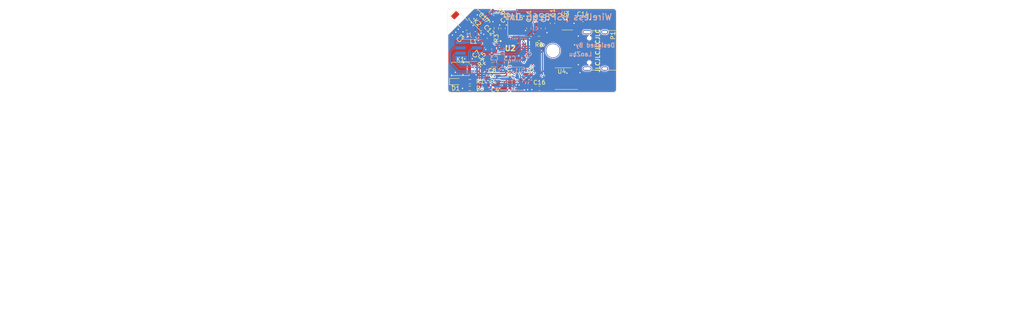
<source format=kicad_pcb>
(kicad_pcb (version 20211014) (generator pcbnew)
  (title_block (title "ESP8266 Wireless DAP") (date "2022-02-19") (rev "Version 1.2.2"))
  (layers (0 "F.Cu" signal) (31 "B.Cu" signal) (34 "B.Paste" user) (35 "F.Paste" user) (36 "B.SilkS" user "B.Silkscreen") (37 "F.SilkS" user "F.Silkscreen") (38 "B.Mask" user) (39 "F.Mask" user) (44 "Edge.Cuts" user))
  (net 0 "")
  (net 1 "GND")
  (net 2 "Net-(ANT1-Pad2)")
  (net 3 "+3V3")
  (net 4 "Net-(C7-Pad1)")
  (net 5 "Net-(C8-Pad1)")
  (net 6 "Net-(C10-Pad1)")
  (net 7 "Net-(C11-Pad1)")
  (net 8 "+5V")
  (net 9 "Net-(C16-Pad1)")
  (net 10 "/RST")
  (net 11 "Net-(D1-Pad2)")
  (net 12 "/UART_TX")
  (net 13 "/SWDIO")
  (net 14 "/U0_RXD")
  (net 15 "/SWDCLK")
  (net 16 "Net-(K1-Pad2)")
  (net 18 "/USB_DP")
  (net 19 "/USB_DM")
  (net 23 "/LED")
  (net 24 "Net-(R3-Pad2)")
  (net 25 "Net-(R6-Pad1)")
  (net 26 "Net-(R7-Pad1)")
  (net 27 "/SD_CLK")
  (net 28 "/U0_TXD")
  (net 29 "/SD_CMD")
  (net 30 "/SD_DATA0")
  (net 31 "/SD_DATA2")
  (net 32 "/SD_DATA1")
  (net 33 "/SD_DATA3")
  (footprint "Button_Switch_SMD:SW_Push_SPST_NO_Alps_SKRK" (layer "F.Cu") (at 130.6 110.3)
    (fp_text reference "K1")
    (fp_text value "SW_DIP_x01")
  )
  (footprint "Capacitor_SMD:C_0603_1608Metric" (layer "F.Cu") (at 138.1 109.3 180)
    (fp_text reference "C8")
    (fp_text value "100nF")
  )
  (footprint "Capacitor_SMD:C_0603_1608Metric" (layer "F.Cu") (at 137 97.3 135)
    (fp_text reference "C17")
    (fp_text value "100nF")
  )
  (footprint "Resistor_SMD:R_0603_1608Metric" (layer "F.Cu") (at 137 113.325 -90)
    (fp_text reference "R5")
    (fp_text value "10kR")
  )
  (footprint "Resistor_SMD:R_0603_1608Metric" (layer "F.Cu") (at 142.3 113.5 -90)
    (fp_text reference "R10")
    (fp_text value "10kR")
  )
  (footprint "Resistor_SMD:R_0603_1608Metric" (layer "F.Cu") (at 132.8 114.9)
    (fp_text reference "R4")
    (fp_text value "10kR")
  )
  (footprint "Capacitor_SMD:C_0603_1608Metric" (layer "F.Cu") (at 149.3 114.9 180)
    (fp_text reference "C16")
    (fp_text value "100nF")
  )
  (footprint "Capacitor_SMD:C_0603_1608Metric" (layer "F.Cu") (at 137.3 102.7 135)
    (fp_text reference "C12")
    (fp_text value "100nF")
  )
  (footprint "Inductor_SMD:L_0603_1608Metric" (layer "F.Cu") (at 134.756847 102.656847 -45)
    (fp_text reference "L1")
    (fp_text value "2.2nH")
  )
  (footprint "Capacitor_SMD:C_0603_1608Metric" (layer "F.Cu") (at 152.4 99.5 90)
    (fp_text reference "C1")
    (fp_text value "10uF")
  )
  (footprint "Resistor_SMD:R_0603_1608Metric" (layer "F.Cu") (at 149.2 103.1)
    (fp_text reference "R8")
    (fp_text value "499R")
  )
  (footprint "Capacitor_SMD:C_0603_1608Metric" (layer "F.Cu") (at 146.8 100.7 -90)
    (fp_text reference "C11")
    (fp_text value "18pF")
  )
  (footprint "Package_TO_SOT_SMD:SOT-23-5" (layer "F.Cu") (at 155.4 99.5 180)
    (fp_text reference "U3")
    (fp_text value "HX9193")
  )
  (footprint "Connector_USB:USB_C_Receptacle_HRO_TYPE-C-31-M-12" (layer "F.Cu") (at 163.7 105.9 90)
    (fp_text reference "P1")
    (fp_text value "USB_C_Plug_USB2.0")
  )
  (footprint "Capacitor_SMD:C_0603_1608Metric" (layer "F.Cu") (at 140.7 100.7 90)
    (fp_text reference "C10")
    (fp_text value "18pF")
  )
  (footprint "Resistor_SMD:R_0603_1608Metric" (layer "F.Cu") (at 139.1 100.675 -90)
    (fp_text reference "R3")
    (fp_text value "12kR")
  )
  (footprint "Resistor_SMD:R_0603_1608Metric" (layer "F.Cu") (at 145.5 112.3 -135)
    (fp_text reference "R7")
    (fp_text value "200R")
  )
  (footprint "LED_SMD:LED_0603_1608Metric" (layer "F.Cu") (at 129.5 113.3)
    (fp_text reference "D1")
    (fp_text value "LED")
  )
  (footprint "Package_SO:SOIC-8_3.9x4.9mm_P1.27mm" (layer "F.Cu") (at 154.9 112.6 180)
    (fp_text reference "U4")
    (fp_text value "CH330N")
  )
  (footprint "RF_Antenna:Johanson_2450AT18x100" (layer "F.Cu") (at 130.4 98.6 -45)
    (fp_text reference "ANT1" hide)
    (fp_text value "Conn_01x02")
  )
  (footprint "Capacitor_SMD:C_0603_1608Metric" (layer "F.Cu") (at 132.4 101.5 -135)
    (fp_text reference "C2")
    (fp_text value "2.4pF")
  )
  (footprint "Resistor_SMD:R_0603_1608Metric" (layer "F.Cu") (at 148.4 100.7 90)
    (fp_text reference "R6")
    (fp_text value "10kR")
  )
  (footprint "Capacitor_SMD:C_0603_1608Metric" (layer "F.Cu") (at 140.1 114.4 -45)
    (fp_text reference "C4")
    (fp_text value "1uF")
  )
  (footprint "Resistor_SMD:R_0603_1608Metric" (layer "F.Cu") (at 138.1 107.7)
    (fp_text reference "R2")
    (fp_text value "10kR")
  )
  (footprint "Capacitor_SMD:C_0603_1608Metric" (layer "F.Cu") (at 135.951992 104.948008 -135)
    (fp_text reference "C7")
    (fp_text value "3.0pF")
  )
  (footprint "Capacitor_SMD:C_0603_1608Metric" (layer "F.Cu") (at 150.2 100.7 -90)
    (fp_text reference "C6")
    (fp_text value "100nF")
  )
  (footprint "Button_Switch_SMD:SW_Push_SPST_NO_Alps_SKRK" (layer "F.Cu") (at 135.1 98.8 -45)
    (fp_text reference "K2")
    (fp_text value "SW_DIP_x01")
  )
  (footprint "ESP8266:ESP8266" (layer "F.Cu") (at 143 106.2)
    (fp_text reference "U2")
    (fp_text value "ESP8266EX" hide)
  )
  (footprint "Capacitor_SMD:C_0603_1608Metric" (layer "F.Cu") (at 159.6 98.6)
    (fp_text reference "C14")
    (fp_text value "100nF")
  )
  (footprint "Crystal:Crystal_SMD_3225-4Pin_3.2x2.5mm" (layer "F.Cu") (at 143.8 100.7)
    (fp_text reference "Y1" hide)
    (fp_text value "26MHz")
  )
  (footprint "Resistor_SMD:R_0603_1608Metric" (layer "F.Cu") (at 138.8 97.2 135)
    (fp_text reference "R9")
    (fp_text value "10kR")
  )
  (footprint "Capacitor_SMD:C_0603_1608Metric" (layer "F.Cu") (at 144 96.9)
    (fp_text reference "C15")
    (fp_text value "100nF")
  )
  (footprint "Resistor_SMD:R_0603_1608Metric" (layer "F.Cu") (at 132.84 113.31)
    (fp_text reference "R1")
    (fp_text value "1kR")
  )
  (footprint "Capacitor_SMD:C_0603_1608Metric" (layer "F.Cu") (at 138 106.1 180)
    (fp_text reference "C5")
    (fp_text value "100nF")
  )
  (footprint "Capacitor_SMD:C_0603_1608Metric" (layer "B.Cu") (at 142.3 109.2)
    (fp_text reference "C13")
    (fp_text value "100nF")
  )
  (footprint "Capacitor_SMD:C_0603_1608Metric" (layer "B.Cu") (at 145.1 108.6 -135)
    (fp_text reference "C9")
    (fp_text value "100nF")
  )
  (footprint "Package_SO:SOIC-8_5.23x5.23mm_P1.27mm" (layer "B.Cu") (at 142.9 112.6 180)
    (fp_text reference "U1")
    (fp_text value "W25Q64")
  )
  (footprint "Capacitor_SMD:C_0603_1608Metric" (layer "B.Cu") (at 138.6 109.2 180)
    (fp_text reference "C3")
    (fp_text value "100nF")
  )
  (footprint "Connector_PinHeader_1.27mm:PinHeader_2x04_P1.27mm_Vertical_SMD" (layer "B.Cu") (at 132.5864 105.9492 180)
    (fp_text reference "J1")
    (fp_text value "Conn_02x04_Odd_Even")
  )
  (gr_arc locked (start 166.8256 95.9416) (mid 167.364415 96.164785) (end 167.5876 96.7036) (layer "Edge.Cuts") (width 0.05))
  (gr_arc locked (start 167.5876 115.1948) (mid 167.364415 115.733615) (end 166.8256 115.9568) (layer "Edge.Cuts") (width 0.05))
  (gr_line locked (start 127.5572 115.1948) (end 127.5572 96.7036) (layer "Edge.Cuts") (width 0.05))
  (gr_line locked (start 166.8256 115.9568) (end 128.3192 115.9568) (layer "Edge.Cuts") (width 0.05))
  (gr_arc locked (start 127.5572 96.7036) (mid 127.780385 96.164785) (end 128.3192 95.9416) (layer "Edge.Cuts") (width 0.05))
  (gr_line locked (start 128.3192 95.9416) (end 166.8256 95.9416) (layer "Edge.Cuts") (width 0.05))
  (gr_line locked (start 167.5876 96.7036) (end 167.5876 115.1948) (layer "Edge.Cuts") (width 0.05))
  (gr_arc locked (start 128.3192 115.9568) (mid 127.780385 115.733615) (end 127.5572 115.1948) (layer "Edge.Cuts") (width 0.05))
  (gr_text "Designed By" (at 162.5 104.7) (layer "B.SilkS") (effects (font (size 1 1) (thickness 0.2)) (justify mirror)))
  (gr_text "Wireless ESP8266 DAP" (at 153.6 98) (layer "B.SilkS") (effects (font (size 1.5 1.5) (thickness 0.25)) (justify mirror)))
  (gr_text "LaoZhu" (at 159 106.8) (layer "B.SilkS") (effects (font (size 1 1) (thickness 0.2)) (justify mirror)))
  (gr_text "JLCJLCJLCJLC" (at 163.1 106 90) (layer "F.SilkS") (effects (font (size 1 1) (thickness 0.2))))
  (via locked (at 152.5 106) (size 3.4) (drill 3.1) (layers "F.Cu" "B.Cu") (net 0))
  (via (at 131.1 114.9) (size 0.6) (drill 0.3) (layers "F.Cu" "B.Cu") (net 1))
  (via (at 128.7 102.3) (size 0.6) (drill 0.3) (layers "F.Cu" "B.Cu") (net 1))
  (via (at 157.6 107.3) (size 0.6) (drill 0.3) (layers "F.Cu" "B.Cu") (net 1))
  (via (at 138.3 99.1) (size 0.6) (drill 0.3) (layers "F.Cu" "B.Cu") (net 1))
  (via (at 143.8 114.1) (size 0.6) (drill 0.3) (layers "F.Cu" "B.Cu") (net 1))
  (via (at 129.4 111.1) (size 0.6) (drill 0.3) (layers "F.Cu" "B.Cu") (net 1))
  (via (at 157.6 104.6) (size 0.6) (drill 0.3) (layers "F.Cu" "B.Cu") (net 1))
  (via (at 136.6 105.7) (size 0.6) (drill 0.3) (layers "F.Cu" "B.Cu") (net 1))
  (via (at 128.5 111.9) (size 0.6) (drill 0.3) (layers "F.Cu" "B.Cu") (net 1))
  (via (at 133.4 107.9) (size 0.6) (drill 0.3) (layers "F.Cu" "B.Cu") (net 1))
  (via (at 133.8 98.4) (size 0.6) (drill 0.3) (layers "F.Cu" "B.Cu") (net 1))
  (via (at 146.5 115.2) (size 0.6) (drill 0.3) (layers "F.Cu" "B.Cu") (net 1))
  (via (at 141.5 99.9) (size 0.6) (drill 0.3) (layers "F.Cu" "B.Cu") (net 1))
  (via (at 131.6 107.9) (size 0.6) (drill 0.3) (layers "F.Cu" "B.Cu") (net 1))
  (via (at 139.9 99.9) (size 0.6) (drill 0.3) (layers "F.Cu" "B.Cu") (net 1))
  (via (at 133.6 100) (size 0.6) (drill 0.3) (layers "F.Cu" "B.Cu") (net 1))
  (via (at 136.1 107.9) (size 0.6) (drill 0.3) (layers "F.Cu" "B.Cu") (net 1))
  (via (at 135.5 101.8) (size 0.6) (drill 0.3) (layers "F.Cu" "B.Cu") (net 1))
  (via (at 131.3 102.6) (size 0.6) (drill 0.3) (layers "F.Cu" "B.Cu") (net 1))
  (via (at 158.9 111.2) (size 0.6) (drill 0.3) (layers "F.Cu" "B.Cu") (net 1))
  (via (at 146 101.2) (size 0.6) (drill 0.3) (layers "F.Cu" "B.Cu") (net 1))
  (via (at 158.5 102.5) (size 0.6) (drill 0.3) (layers "F.Cu" "B.Cu") (net 1))
  (via (at 129.5 101.6) (size 0.6) (drill 0.3) (layers "F.Cu" "B.Cu") (net 1))
  (via (at 143 104.9) (size 0.6) (drill 0.3) (layers "F.Cu" "B.Cu") (net 1))
  (via (at 155.8 111.3) (size 0.6) (drill 0.3) (layers "F.Cu" "B.Cu") (net 1))
  (via (at 131.3 108.8) (size 0.6) (drill 0.3) (layers "F.Cu" "B.Cu") (net 1))
  (via (at 128.7 114.3) (size 0.6) (drill 0.3) (layers "F.Cu" "B.Cu") (net 1))
  (via (at 133.2 99.3) (size 0.6) (drill 0.3) (layers "F.Cu" "B.Cu") (net 1))
  (via (at 136.4 109.2) (size 0.6) (drill 0.3) (layers "F.Cu" "B.Cu") (net 1))
  (via (at 151.1 101.7) (size 0.6) (drill 0.3) (layers "F.Cu" "B.Cu") (net 1))
  (via (at 157.5 99.5) (size 0.6) (drill 0.3) (layers "F.Cu" "B.Cu") (net 1))
  (via (at 140.7 110.6) (size 0.6) (drill 0.3) (layers "F.Cu" "B.Cu") (net 1))
  (via (at 130.1 100.9) (size 0.6) (drill 0.3) (layers "F.Cu" "B.Cu") (net 1))
  (via (at 161.3 98.6) (size 0.6) (drill 0.3) (layers "F.Cu" "B.Cu") (net 1))
  (via (at 144.5 114.1) (size 0.6) (drill 0.3) (layers "F.Cu" "B.Cu") (net 1))
  (via (at 145.6 97.8) (size 0.6) (drill 0.3) (layers "F.Cu" "B.Cu") (net 1))
  (via (at 158.5 109.3) (size 0.6) (drill 0.3) (layers "F.Cu" "B.Cu") (net 1))
  (via (at 145.8 115.3) (size 0.6) (drill 0.3) (layers "F.Cu" "B.Cu") (net 1))
  (via (at 135.7 97.6) (size 0.6) (drill 0.3) (layers "F.Cu" "B.Cu") (net 1))
  (via (at 134.7 115.4) (size 0.6) (drill 0.3) (layers "F.Cu" "B.Cu") (net 1))
  (via (at 132.4 102.6) (size 0.6) (drill 0.3) (layers "F.Cu" "B.Cu") (net 1))
  (via (at 136.1 102.1) (size 0.6) (drill 0.3) (layers "F.Cu" "B.Cu") (net 1))
  (via (at 131.2 111.7) (size 0.6) (drill 0.3) (layers "F.Cu" "B.Cu") (net 1))
  (via (at 141.6 104.9) (size 0.6) (drill 0.3) (layers "F.Cu" "B.Cu") (net 1))
  (via (at 144.4 107.2) (size 0.6) (drill 0.3) (layers "F.Cu" "B.Cu") (net 1))
  (via (at 151.4 98.7) (size 0.6) (drill 0.3) (layers "F.Cu" "B.Cu") (net 1))
  (via (at 134.3 111.7) (size 0.6) (drill 0.3) (layers "F.Cu" "B.Cu") (net 1))
  (via (at 147.5 115.2) (size 0.6) (drill 0.3) (layers "F.Cu" "B.Cu") (net 1))
  (via (at 134.6 97.5) (size 0.6) (drill 0.3) (layers "F.Cu" "B.Cu") (net 1))
  (via (at 131.2 101.5) (size 0.6) (drill 0.3) (layers "F.Cu" "B.Cu") (net 1))
  (via (at 141.5 107.4) (size 0.6) (drill 0.3) (layers "F.Cu" "B.Cu") (net 1))
  (segment (start 134.096016 102.1) (end 132.948008 100.951992) (width 0.3) (layer "F.Cu") (net 2))
  (segment (start 132.948008 100.951992) (end 132.751992 100.951992) (width 0.3) (layer "F.Cu") (net 2))
  (segment (start 132.751992 100.951992) (end 131.425305 99.625305) (width 0.3) (layer "F.Cu") (net 2))
  (segment (start 134.2 102.1) (end 134.096016 102.1) (width 0.3) (layer "F.Cu") (net 2))
  (segment (start 139.45 105.95) (end 138.925 105.95) (width 0.3) (layer "F.Cu") (net 3))
  (segment (start 141.5 110) (end 142.25 109.25) (width 0.254) (layer "F.Cu") (net 3))
  (segment (start 138.925 105.95) (end 138.775 106.1) (width 0.3) (layer "F.Cu") (net 3))
  (segment (start 142.3 115.1) (end 142.1 115.3) (width 0.5) (layer "F.Cu") (net 3))
  (segment (start 148.2 99.2) (end 147.800489 98.800489) (width 0.5) (layer "F.Cu") (net 3))
  (segment (start 139.05 104.45) (end 138.75 104.15) (width 0.3) (layer "F.Cu") (net 3))
  (segment (start 150.55 100.275) (end 150.2 99.925) (width 0.5) (layer "F.Cu") (net 3))
  (segment (start 152.575 100.45) (end 152.4 100.275) (width 0.5) (layer "F.Cu") (net 3))
  (segment (start 142.25 103.7) (end 142.25 103.05) (width 0.3) (layer "F.Cu") (net 3))
  (segment (start 137.75 114.15) (end 139.253984 114.15) (width 0.5) (layer "F.Cu") (net 3))
  (segment (start 150.15 99.875) (end 150.2 99.925) (width 0.5) (layer "F.Cu") (net 3))
  (segment (start 140.5 105.45) (end 139.95 105.45) (width 0.3) (layer "F.Cu") (net 3))
  (segment (start 138.75 104.15) (end 137.848008 103.248008) (width 0.3) (layer "F.Cu") (net 3))
  (segment (start 147.800489 98.800489) (end 145.125489 98.800489) (width 0.5) (layer "F.Cu") (net 3))
  (segment (start 154.2625 100.45) (end 152.575 100.45) (width 0.5) (layer "F.Cu") (net 3))
  (segment (start 145.125489 98.800489) (end 143.225 96.9) (width 0.5) (layer "F.Cu") (net 3))
  (segment (start 137.275 107.6) (end 138.775 106.1) (width 0.5) (layer "F.Cu") (net 3))
  (segment (start 142.3 114.325) (end 142.3 115.1) (width 0.5) (layer "F.Cu") (net 3))
  (segment (start 140.6 96.9) (end 140.316637 96.616637) (width 0.5) (layer "F.Cu") (net 3))
  (segment (start 142.75 103.05) (end 142.5 102.8) (width 0.3) (layer "F.Cu") (net 3))
  (segment (start 139.5 105.9) (end 139.45 105.95) (width 0.3) (layer "F.Cu") (net 3))
  (segment (start 152.4 100.275) (end 150.55 100.275) (width 0.5) (layer "F.Cu") (net 3))
  (segment (start 140.5 104.45) (end 139.05 104.45) (width 0.3) (layer "F.Cu") (net 3))
  (segment (start 140.5 105.95) (end 139.45 105.95) (width 0.3) (layer "F.Cu") (net 3))
  (segment (start 140.316637 96.616637) (end 138.216637 96.616637) (width 0.5) (layer "F.Cu") (net 3))
  (segment (start 145.5 108.5) (end 145.6 108.6) (width 0.3) (layer "F.Cu") (net 3))
  (segment (start 139.95 105.45) (end 139.5 105.9) (width 0.3) (layer "F.Cu") (net 3))
  (segment (start 137.275 107.7) (end 137.275 107.6) (width 0.5) (layer "F.Cu") (net 3))
  (segment (start 142.25 109.25) (end 142.25 108.7) (width 0.254) (layer "F.Cu") (net 3))
  (segment (start 137 114.15) (end 137.75 114.15) (width 0.5) (layer "F.Cu") (net 3))
  (segment (start 148.2 99.2) (end 148.4 99.4) (width 0.5) (layer "F.Cu") (net 3))
  (segment (start 145.5 107.95) (end 145.5 108.5) (width 0.3) (layer "F.Cu") (net 3))
  (segment (start 139.253984 114.15) (end 139.551992 113.851992) (width 0.5) (layer "F.Cu") (net 3))
  (segment (start 148.4 99.875) (end 150.15 99.875) (width 0.5) (layer "F.Cu") (net 3))
  (segment (start 143.225 96.9) (end 140.6 96.9) (width 0.5) (layer "F.Cu") (net 3))
  (segment (start 148.4 99.4) (end 148.4 99.875) (width 0.5) (layer "F.Cu") (net 3))
  (segment (start 142.25 103.05) (end 142.5 102.8) (width 0.3) (layer "F.Cu") (net 3))
  (segment (start 142.75 103.7) (end 142.75 103.05) (width 0.3) (layer "F.Cu") (net 3))
  (via (at 139.5 105.9) (size 0.6) (drill 0.3) (layers "F.Cu" "B.Cu") (net 3))
  (via (at 148.2 99.2) (size 0.8) (drill 0.4) (layers "F.Cu" "B.Cu") (net 3))
  (via (at 142.1 115.3) (size 0.8) (drill 0.4) (layers "F.Cu" "B.Cu") (net 3))
  (via (at 145.6 108.6) (size 0.6) (drill 0.3) (layers "F.Cu" "B.Cu") (net 3))
  (via (at 142.5 102.8) (size 0.6) (drill 0.3) (layers "F.Cu" "B.Cu") (net 3))
  (via (at 137.75 114.15) (size 0.8) (drill 0.4) (layers "F.Cu" "B.Cu") (net 3))
  (via (at 141.5 110) (size 0.6) (drill 0.3) (layers "F.Cu" "B.Cu") (net 3))
  (via (at 138.75 104.15) (size 0.6) (drill 0.3) (layers "F.Cu" "B.Cu") (net 3))
  (segment (start 146.6 102.8) (end 144.6 102.8) (width 0.5) (layer "B.Cu") (net 3))
  (segment (start 146.6 102.8) (end 146.6 107.1) (width 0.5) (layer "B.Cu") (net 3))
  (segment (start 143.5 105.9) (end 139.5 105.9) (width 0.5) (layer "B.Cu") (net 3))
  (segment (start 144.6 102.8) (end 144.6 104.8) (width 0.5) (layer "B.Cu") (net 3))
  (segment (start 139.5 105.9) (end 139.5 104.9) (width 0.5) (layer "B.Cu") (net 3))
  (segment (start 137.75 114.75) (end 137.75 114.15) (width 0.5) (layer "B.Cu") (net 3))
  (segment (start 136.5 111.3) (end 137.105 110.695) (width 0.5) (layer "B.Cu") (net 3))
  (segment (start 146.6 107.1) (end 145.6 108.1) (width 0.5) (layer "B.Cu") (net 3))
  (segment (start 141.525 109.2) (end 141.525 108.575) (width 0.5) (layer "B.Cu") (net 3))
  (segment (start 138.3 115.3) (end 137.75 114.75) (width 0.5) (layer "B.Cu") (net 3))
  (segment (start 139.3 109.275) (end 139.375 109.2) (width 0.5) (layer "B.Cu") (net 3))
  (segment (start 136.5 112.9) (end 136.5 111.3) (width 0.5) (layer "B.Cu") (net 3))
  (segment (start 145.1 108.1) (end 145.6 108.6) (width 0.5) (layer "B.Cu") (net 3))
  (segment (start 145.6 108.1) (end 145.6 108.6) (width 0.5) (layer "B.Cu") (net 3))
  (segment (start 141.525 109.975) (end 141.5 110) (width 0.5) (layer "B.Cu") (net 3))
  (segment (start 144.6 102.8) (end 142.5 102.8) (width 0.5) (layer "B.Cu") (net 3))
  (segment (start 141.525 108.575) (end 142 108.1) (width 0.5) (layer "B.Cu") (net 3))
  (segment (start 148.2 101.2) (end 148.2 99.2) (width 0.5) (layer "B.Cu") (net 3))
  (segment (start 144.6 104.8) (end 143.5 105.9) (width 0.5) (layer "B.Cu") (net 3))
  (segment (start 137.75 114.15) (end 136.5 112.9) (width 0.5) (layer "B.Cu") (net 3))
  (segment (start 139.375 109.2) (end 141.525 109.2) (width 0.5) (layer "B.Cu") (net 3))
  (segment (start 139.5 104.9) (end 138.75 104.15) (width 0.5) (layer "B.Cu") (net 3))
  (segment (start 142 108.1) (end 145.1 108.1) (width 0.5) (layer "B.Cu") (net 3))
  (segment (start 137.105 110.695) (end 139.3 110.695) (width 0.5) (layer "B.Cu") (net 3))
  (segment (start 146.6 102.8) (end 148.2 101.2) (width 0.5) (layer "B.Cu") (net 3))
  (segment (start 139.3 110.695) (end 139.3 109.275) (width 0.5) (layer "B.Cu") (net 3))
  (segment (start 141.525 109.2) (end 141.525 109.975) (width 0.5) (layer "B.Cu") (net 3))
  (segment (start 142.1 115.3) (end 138.3 115.3) (width 0.5) (layer "B.Cu") (net 3))
  (segment (start 137.55 104.95) (end 140.5 104.95) (width 0.3) (layer "F.Cu") (net 4))
  (segment (start 135.313694 103.213694) (end 136.5 104.4) (width 0.3) (layer "F.Cu") (net 4))
  (segment (start 136.696446 104.596446) (end 136.5 104.4) (width 0.3) (layer "F.Cu") (net 4))
  (arc (start 137.55 104.95) (mid 137.088059 104.858114) (end 136.696445 104.596446) (width 0.3) (layer "F.Cu") (net 4))
  (segment (start 139.175 107.45) (end 138.925 107.7) (width 0.254) (layer "F.Cu") (net 5))
  (segment (start 138.925 107.7) (end 138.925 109.25) (width 0.254) (layer "F.Cu") (net 5))
  (segment (start 138.925 109.25) (end 138.875 109.3) (width 0.254) (layer "F.Cu") (net 5))
  (segment (start 140.5 107.45) (end 139.175 107.45) (width 0.254) (layer "F.Cu") (net 5))
  (segment (start 142.7 101.55) (end 140.775 101.55) (width 0.254) (layer "F.Cu") (net 6))
  (segment (start 143.25 102.1) (end 143.25 103.7) (width 0.254) (layer "F.Cu") (net 6))
  (segment (start 142.7 101.55) (end 143.25 102.1) (width 0.254) (layer "F.Cu") (net 6))
  (segment (start 140.775 101.55) (end 140.7 101.475) (width 0.254) (layer "F.Cu") (net 6))
  (segment (start 143.75 100.876511) (end 143.75 103.7) (width 0.254) (layer "F.Cu") (net 7))
  (segment (start 144.9 99.85) (end 146.725 99.85) (width 0.254) (layer "F.Cu") (net 7))
  (segment (start 144.9 99.85) (end 144.776511 99.85) (width 0.254) (layer "F.Cu") (net 7))
  (segment (start 144.776511 99.85) (end 143.75 100.876511) (width 0.254) (layer "F.Cu") (net 7))
  (segment (start 146.725 99.85) (end 146.8 99.925) (width 0.254) (layer "F.Cu") (net 7))
  (segment (start 156.5375 100.45) (end 156.5375 102.9375) (width 0.5) (layer "F.Cu") (net 8))
  (segment (start 152.43 110.7) (end 152.425 110.695) (width 0.5) (layer "F.Cu") (net 8))
  (segment (start 155.75 98.55) (end 155.42548 98.87452) (width 0.5) (layer "F.Cu") (net 8))
  (segment (start 156.35 108.35) (end 154 110.7) (width 0.5) (layer "F.Cu") (net 8))
  (segment (start 157.05 103.45) (end 156.35 104.15) (width 0.5) (layer "F.Cu") (net 8))
  (segment (start 156.5375 102.9375) (end 157.05 103.45) (width 0.5) (layer "F.Cu") (net 8))
  (segment (start 155.42548 100.12548) (end 155.75 100.45) (width 0.5) (layer "F.Cu") (net 8))
  (segment (start 159.655 103.45) (end 157.05 103.45) (width 0.5) (layer "F.Cu") (net 8))
  (segment (start 159.655 108.35) (end 156.35 108.35) (width 0.5) (layer "F.Cu") (net 8))
  (segment (start 156.5875 98.6) (end 156.5375 98.55) (width 0.5) (layer "F.Cu") (net 8))
  (segment (start 155.42548 98.87452) (end 155.42548 100.12548) (width 0.5) (layer "F.Cu") (net 8))
  (segment (start 155.75 100.45) (end 156.5375 100.45) (width 0.5) (layer "F.Cu") (net 8))
  (segment (start 156.5375 98.55) (end 155.75 98.55) (width 0.5) (layer "F.Cu") (net 8))
  (segment (start 158.825 98.6) (end 156.5875 98.6) (width 0.5) (layer "F.Cu") (net 8))
  (segment (start 156.35 104.15) (end 156.35 108.35) (width 0.5) (layer "F.Cu") (net 8))
  (segment (start 154 110.7) (end 152.43 110.7) (width 0.5) (layer "F.Cu") (net 8))
  (via (at 155.75 98.55) (size 0.6) (drill 0.3) (layers "F.Cu" "B.Cu") (net 8))
  (segment (start 153.9 96.7) (end 155.75 98.55) (width 0.5) (layer "B.Cu") (net 8))
  (segment (start 138 96.7) (end 153.9 96.7) (width 0.5) (layer "B.Cu") (net 8))
  (segment (start 134.5 100.2) (end 138 96.7) (width 0.5) (layer "B.Cu") (net 8))
  (segment (start 134.5 104.0078) (end 134.5 100.2) (width 0.5) (layer "B.Cu") (net 8))
  (segment (start 130.6364 104.0442) (end 134.5364 104.0442) (width 0.5) (layer "B.Cu") (net 8))
  (segment (start 134.5364 104.0442) (end 134.5 104.0078) (width 0.5) (layer "B.Cu") (net 8))
  (segment (start 152.425 114.505) (end 151.095 114.505) (width 0.3) (layer "F.Cu") (net 9))
  (segment (start 150.7 114.9) (end 150.075 114.9) (width 0.3) (layer "F.Cu") (net 9))
  (segment (start 151.095 114.505) (end 150.7 114.9) (width 0.3) (layer "F.Cu") (net 9))
  (segment (start 141.25 103.7) (end 141.25 103.25) (width 0.254) (layer "F.Cu") (net 10))
  (segment (start 137.612653 97.783363) (end 137.548008 97.848008) (width 0.254) (layer "F.Cu") (net 10))
  (segment (start 141.25 103.25) (end 141 103) (width 0.254) (layer "F.Cu") (net 10))
  (segment (start 139.3 103) (end 136.584924 100.284924) (width 0.254) (layer "F.Cu") (net 10))
  (segment (start 136.584924 98.811092) (end 136.584924 100.284924) (width 0.254) (layer "F.Cu") (net 10))
  (segment (start 139.383363 97.783363) (end 137.612653 97.783363) (width 0.254) (layer "F.Cu") (net 10))
  (segment (start 137.548008 97.848008) (end 136.584924 98.811092) (width 0.254) (layer "F.Cu") (net 10))
  (segment (start 141 103) (end 139.3 103) (width 0.254) (layer "F.Cu") (net 10))
  (segment (start 130.2875 113.3) (end 132.005 113.3) (width 0.254) (layer "F.Cu") (net 11))
  (segment (start 132.005 113.3) (end 132.015 113.31) (width 0.254) (layer "F.Cu") (net 11))
  (segment (start 142.3 111.5) (end 142.3 112.675) (width 0.254) (layer "F.Cu") (net 12))
  (segment (start 139.5 115) (end 141.825 112.675) (width 0.2) (layer "F.Cu") (net 12))
  (segment (start 143.75 108.7) (end 143.75 110.05) (width 0.254) (layer "F.Cu") (net 12))
  (segment (start 143.75 110.05) (end 142.3 111.5) (width 0.254) (layer "F.Cu") (net 12))
  (segment (start 141.825 112.675) (end 142.3 112.675) (width 0.2) (layer "F.Cu") (net 12))
  (segment (start 135.7 115) (end 139.5 115) (width 0.2) (layer "F.Cu") (net 12))
  (via (at 135.7 115) (size 0.6) (drill 0.3) (layers "F.Cu" "B.Cu") (net 12))
  (segment (start 132.5 106.2) (end 132.5 108.3) (width 0.254) (layer "B.Cu") (net 12))
  (segment (start 134.6 109.1) (end 135.1 109.6) (width 0.254) (layer "B.Cu") (net 12))
  (segment (start 135.1 109.6) (end 135.1 111.3) (width 0.254) (layer "B.Cu") (net 12))
  (segment (start 133.3 109.1) (end 134.6 109.1) (width 0.254) (layer "B.Cu") (net 12))
  (segment (start 133.3858 105.3142) (end 134.5364 105.3142) (width 0.254) (layer "B.Cu") (net 12))
  (segment (start 132.5 108.3) (end 133.3 109.1) (width 0.254) (layer "B.Cu") (net 12))
  (segment (start 135.1 111.3) (end 135.1 114.4) (width 0.254) (layer "B.Cu") (net 12))
  (segment (start 132.5 106.2) (end 133.3858 105.3142) (width 0.254) (layer "B.Cu") (net 12))
  (segment (start 135.1 114.4) (end 135.7 115) (width 0.254) (layer "B.Cu") (net 12))
  (segment (start 134.8 110.8) (end 135.4 111.4) (width 0.254) (layer "F.Cu") (net 13))
  (segment (start 135.4 111.4) (end 141.026511 111.4) (width 0.254) (layer "F.Cu") (net 13))
  (segment (start 141.026511 111.4) (end 142.75 109.676511) (width 0.254) (layer "F.Cu") (net 13))
  (segment (start 133.9 110.8) (end 134.8 110.8) (width 0.254) (layer "F.Cu") (net 13))
  (segment (start 142.75 109.676511) (end 142.75 108.7) (width 0.254) (layer "F.Cu") (net 13))
  (via (at 133.9 110.8) (size 0.6) (drill 0.3) (layers "F.Cu" "B.Cu") (net 13))
  (segment (start 129.0858 105.3142) (end 130.6364 105.3142) (width 0.254) (layer "B.Cu") (net 13))
  (segment (start 128.2 106.2) (end 129.0858 105.3142) (width 0.254) (layer "B.Cu") (net 13))
  (segment (start 133.9 110.8) (end 130.3 110.8) (width 0.254) (layer "B.Cu") (net 13))
  (segment (start 128.2 108.7) (end 128.2 106.2) (width 0.254) (layer "B.Cu") (net 13))
  (segment (start 130.3 110.8) (end 128.2 108.7) (width 0.254) (layer "B.Cu") (net 13))
  (segment (start 145.04648 103.25352) (end 145.55352 103.25352) (width 0.254) (layer "F.Cu") (net 14))
  (segment (start 146.75352 103.25352) (end 150 106.5) (width 0.254) (layer "F.Cu") (net 14))
  (segment (start 144.75 103.55) (end 145.04648 103.25352) (width 0.254) (layer "F.Cu") (net 14))
  (segment (start 151.365 111.965) (end 152.425 111.965) (width 0.254) (layer "F.Cu") (net 14))
  (segment (start 150 110.6) (end 151.365 111.965) (width 0.254) (layer "F.Cu") (net 14))
  (segment (start 145.5 103.8) (end 145.55352 103.74648) (width 0.254) (layer "F.Cu") (net 14))
  (segment (start 150 106.5) (end 150 110.6) (width 0.254) (layer "F.Cu") (net 14))
  (segment (start 145.55352 103.25352) (end 146.75352 103.25352) (width 0.254) (layer "F.Cu") (net 14))
  (segment (start 144.75 103.7) (end 144.75 103.55) (width 0.254) (layer "F.Cu") (net 14))
  (segment (start 145.55352 103.74648) (end 145.55352 103.25352) (width 0.254) (layer "F.Cu") (net 14))
  (via (at 145.5 103.8) (size 0.6) (drill 0.3) (layers "F.Cu" "B.Cu") (net 14))
  (segment (start 134.5364 106.5842) (end 143.8158 106.5842) (width 0.254) (layer "B.Cu") (net 14))
  (segment (start 143.8158 106.5842) (end 145.5 104.9) (width 0.254) (layer "B.Cu") (net 14))
  (segment (start 145.5 104.9) (end 145.5 103.8) (width 0.254) (layer "B.Cu") (net 14))
  (segment (start 133.9 109.9) (end 135.1 109.9) (width 0.254) (layer "F.Cu") (net 15))
  (segment (start 135.9 110.7) (end 139.7 110.7) (width 0.254) (layer "F.Cu") (net 15))
  (segment (start 139.7 110.7) (end 141.25 109.15) (width 0.254) (layer "F.Cu") (net 15))
  (segment (start 135.1 109.9) (end 135.9 110.7) (width 0.254) (layer "F.Cu") (net 15))
  (segment (start 141.25 109.15) (end 141.25 108.7) (width 0.254) (layer "F.Cu") (net 15))
  (via (at 133.9 109.9) (size 0.6) (drill 0.3) (layers "F.Cu" "B.Cu") (net 15))
  (segment (start 128.9 107.1) (end 129.4158 106.5842) (width 0.254) (layer "B.Cu") (net 15))
  (segment (start 130.6 109.9) (end 128.9 108.2) (width 0.254) (layer "B.Cu") (net 15))
  (segment (start 128.9 108.2) (end 128.9 107.1) (width 0.254) (layer "B.Cu") (net 15))
  (segment (start 133.9 109.9) (end 130.6 109.9) (width 0.254) (layer "B.Cu") (net 15))
  (segment (start 129.4158 106.5842) (end 130.6364 106.5842) (width 0.254) (layer "B.Cu") (net 15))
  (segment (start 144.25 110.263979) (end 144.25 108.7) (width 0.254) (layer "F.Cu") (net 16))
  (segment (start 143.293003 111.393003) (end 143.293003 111.220976) (width 0.254) (layer "F.Cu") (net 16))
  (segment (start 137.4 112.4) (end 133.6 112.4) (width 0.254) (layer "F.Cu") (net 16))
  (segment (start 132.7 111.5) (end 132.7 110.3) (width 0.254) (layer "F.Cu") (net 16))
  (segment (start 133.6 112.4) (end 132.7 111.5) (width 0.254) (layer "F.Cu") (net 16))
  (segment (start 137.7 112.1) (end 137.4 112.4) (width 0.254) (layer "F.Cu") (net 16))
  (segment (start 143.293003 111.220976) (end 144.25 110.263979) (width 0.254) (layer "F.Cu") (net 16))
  (via (at 143.293003 111.393003) (size 0.6) (drill 0.3) (layers "F.Cu" "B.Cu") (net 16))
  (via (at 137.7 112.1) (size 0.6) (drill 0.3) (layers "F.Cu" "B.Cu") (net 16))
  (segment (start 143.23848 111.33848) (end 138.452619 111.33848) (width 0.254) (layer "B.Cu") (net 16))
  (segment (start 143.293003 111.393003) (end 143.23848 111.33848) (width 0.254) (layer "B.Cu") (net 16))
  (segment (start 137.7 112.091099) (end 137.7 112.1) (width 0.254) (layer "B.Cu") (net 16))
  (segment (start 138.452619 111.33848) (end 137.7 112.091099) (width 0.254) (layer "B.Cu") (net 16))
  (segment (start 157.375 114.505) (end 160.195 114.505) (width 0.254) (layer "F.Cu") (net 18))
  (segment (start 159.655 105.15) (end 160.95 105.15) (width 0.254) (layer "F.Cu") (net 18))
  (segment (start 163.2 111.5) (end 163.2 107.308626) (width 0.254) (layer "F.Cu") (net 18))
  (segment (start 160.195 114.505) (end 163.2 111.5) (width 0.254) (layer "F.Cu") (net 18))
  (segment (start 161.3 106.1) (end 161.35 106.15) (width 0.254) (layer "F.Cu") (net 18))
  (segment (start 161.3 105.5) (end 161.3 106.1) (width 0.254) (layer "F.Cu") (net 18))
  (segment (start 160.95 105.15) (end 161.3 105.5) (width 0.254) (layer "F.Cu") (net 18))
  (segment (start 161.35 106.15) (end 159.655 106.15) (width 0.254) (layer "F.Cu") (net 18))
  (segment (start 162.041374 106.15) (end 161.35 106.15) (width 0.254) (layer "F.Cu") (net 18))
  (segment (start 163.2 107.308626) (end 162.041374 106.15) (width 0.254) (layer "F.Cu") (net 18))
  (segment (start 158.2 105.8) (end 158.2 106.5) (width 0.254) (layer "F.Cu") (net 19))
  (segment (start 162.74648 111.312146) (end 162.74648 107.49648) (width 0.254) (layer "F.Cu") (net 19))
  (segment (start 161.9 106.65) (end 159.655 106.65) (width 0.254) (layer "F.Cu") (net 19))
  (segment (start 157.375 113.235) (end 160.823626 113.235) (width 0.254) (layer "F.Cu") (net 19))
  (segment (start 159.655 105.65) (end 158.35 105.65) (width 0.254) (layer "F.Cu") (net 19))
  (segment (start 160.823626 113.235) (end 162.74648 111.312146) (width 0.254) (layer "F.Cu") (net 19))
  (segment (start 162.74648 107.49648) (end 161.9 106.65) (width 0.254) (layer "F.Cu") (net 19))
  (segment (start 158.35 105.65) (end 158.2 105.8) (width 0.254) (layer "F.Cu") (net 19))
  (segment (start 158.35 106.65) (end 159.655 106.65) (width 0.254) (layer "F.Cu") (net 19))
  (segment (start 158.2 106.5) (end 158.35 106.65) (width 0.254) (layer "F.Cu") (net 19))
  (segment (start 133.625 114.9) (end 133.625 113.35) (width 0.254) (layer "F.Cu") (net 23))
  (segment (start 139.6 112) (end 138.29 113.31) (width 0.254) (layer "F.Cu") (net 23))
  (segment (start 143.25 108.7) (end 143.25 109.908626) (width 0.254) (layer "F.Cu") (net 23))
  (segment (start 133.625 113.35) (end 133.665 113.31) (width 0.254) (layer "F.Cu") (net 23))
  (segment (start 143.25 109.908626) (end 141.158626 112) (width 0.254) (layer "F.Cu") (net 23))
  (segment (start 138.29 113.31) (end 133.665 113.31) (width 0.254) (layer "F.Cu") (net 23))
  (segment (start 141.158626 112) (end 139.6 112) (width 0.254) (layer "F.Cu") (net 23))
  (segment (start 141.75 103.7) (end 141.75 102.95) (width 0.254) (layer "F.Cu") (net 24))
  (segment (start 141.3 102.5) (end 139.7 102.5) (width 0.254) (layer "F.Cu") (net 24))
  (segment (start 139.1 101.9) (end 139.1 101.5) (width 0.254) (layer "F.Cu") (net 24))
  (segment (start 141.75 102.95) (end 141.3 102.5) (width 0.254) (layer "F.Cu") (net 24))
  (segment (start 139.7 102.5) (end 139.1 101.9) (width 0.254) (layer "F.Cu") (net 24))
  (segment (start 148.075 102.8) (end 148.375 103.1) (width 0.254) (layer "F.Cu") (net 25))
  (segment (start 148.4 101.525) (end 148.4 103.075) (width 0.254) (layer "F.Cu") (net 25))
  (segment (start 144.25 103.7) (end 144.25 103.15) (width 0.254) (layer "F.Cu") (net 25))
  (segment (start 148.4 103.075) (end 148.375 103.1) (width 0.254) (layer "F.Cu") (net 25))
  (segment (start 144.6 102.8) (end 148.075 102.8) (width 0.254) (layer "F.Cu") (net 25))
  (segment (start 144.25 103.15) (end 144.6 102.8) (width 0.254) (layer "F.Cu") (net 25))
  (segment (start 148.226511 107.585137) (end 148.226511 109.85951) (width 0.254) (layer "F.Cu") (net 26))
  (segment (start 145.5 105.95) (end 146.591374 105.95) (width 0.254) (layer "F.Cu") (net 26))
  (segment (start 146.591374 105.95) (end 148.226511 107.585137) (width 0.254) (layer "F.Cu") (net 26))
  (segment (start 148.226511 109.85951) (end 146.369384 111.716637) (width 0.254) (layer "F.Cu") (net 26))
  (segment (start 146.369384 111.716637) (end 146.083363 111.716637) (width 0.254) (layer "F.Cu") (net 26))
  (segment (start 144 113.2) (end 144.6 113.2) (width 0.254) (layer "F.Cu") (net 27))
  (segment (start 144.6 113.2) (end 144.916637 112.883363) (width 0.254) (layer "F.Cu") (net 27))
  (via (at 144 113.2) (size 0.6) (drill 0.3) (layers "F.Cu" "B.Cu") (net 27))
  (segment (start 139.3 113.235) (end 143.965 113.235) (width 0.254) (layer "B.Cu") (net 27))
  (segment (start 143.965 113.235) (end 144 113.2) (width 0.254) (layer "B.Cu") (net 27))
  (segment (start 150.025 103.1) (end 150.025 104.625) (width 0.254) (layer "F.Cu") (net 28))
  (segment (start 151.335 113.235) (end 150 111.9) (width 0.254) (layer "F.Cu") (net 28))
  (segment (start 152.425 113.235) (end 151.335 113.235) (width 0.254) (layer "F.Cu") (net 28))
  (via (at 150.025 104.625) (size 0.6) (drill 0.3) (layers "F.Cu" "B.Cu") (net 28))
  (via (at 150 111.9) (size 0.6) (drill 0.3) (layers "F.Cu" "B.Cu") (net 28))
  (segment (start 150 111.9) (end 150 104.65) (width 0.254) (layer "B.Cu") (net 28))
  (segment (start 150 104.65) (end 150.025 104.625) (width 0.254) (layer "B.Cu") (net 28))
  (segment (start 145.5 106.45) (end 145.523489 106.426511) (width 0.254) (layer "F.Cu") (net 29))
  (segment (start 146.426511 106.426511) (end 147.6 107.6) (width 0.254) (layer "F.Cu") (net 29))
  (segment (start 145.523489 106.426511) (end 146.426511 106.426511) (width 0.254) (layer "F.Cu") (net 29))
  (segment (start 147.6 107.6) (end 147.6 109.6) (width 0.254) (layer "F.Cu") (net 29))
  (via (at 147.6 109.6) (size 0.6) (drill 0.3) (layers "F.Cu" "B.Cu") (net 29))
  (segment (start 146.5 110.695) (end 146.505 110.695) (width 0.254) (layer "B.Cu") (net 29))
  (segment (start 146.505 110.695) (end 147.6 109.6) (width 0.254) (layer "B.Cu") (net 29))
  (segment (start 147.15 105.45) (end 145.5 105.45) (width 0.254) (layer "F.Cu") (net 30))
  (segment (start 148.8 110.3) (end 148.8 107.1) (width 0.254) (layer "F.Cu") (net 30))
  (segment (start 147.9 111.2) (end 148.8 110.3) (width 0.254) (layer "F.Cu") (net 30))
  (segment (start 148.8 107.1) (end 147.15 105.45) (width 0.254) (layer "F.Cu") (net 30))
  (via (at 147.9 111.2) (size 0.6) (drill 0.3) (layers "F.Cu" "B.Cu") (net 30))
  (segment (start 147.135 111.965) (end 146.5 111.965) (width 0.254) (layer "B.Cu") (net 30))
  (segment (start 147.9 111.2) (end 147.135 111.965) (width 0.254) (layer "B.Cu") (net 30))
  (segment (start 146.59296 108.70704) (end 146.59296 107.875708) (width 0.254) (layer "F.Cu") (net 31))
  (segment (start 144.1 112) (end 144.1 111.2) (width 0.254) (layer "F.Cu") (net 31))
  (segment (start 144.1 111.2) (end 146.59296 108.70704) (width 0.254) (layer "F.Cu") (net 31))
  (segment (start 143.3 112.3) (end 143.8 112.3) (width 0.254) (layer "F.Cu") (net 31))
  (segment (start 146.167252 107.45) (end 145.5 107.45) (width 0.254) (layer "F.Cu") (net 31))
  (segment (start 143.8 112.3) (end 144.1 112) (width 0.254) (layer "F.Cu") (net 31))
  (segment (start 146.59296 107.875708) (end 146.167252 107.45) (width 0.254) (layer "F.Cu") (net 31))
  (via (at 143.3 112.3) (size 0.6) (drill 0.3) (layers "F.Cu" "B.Cu") (net 31))
  (segment (start 143 112) (end 139.335 112) (width 0.254) (layer "B.Cu") (net 31))
  (segment (start 139.335 112) (end 139.3 111.965) (width 0.254) (layer "B.Cu") (net 31))
  (segment (start 143.3 112.3) (end 143 112) (width 0.254) (layer "B.Cu") (net 31))
  (segment (start 143.4 115) (end 144.986021 115) (width 0.254) (layer "F.Cu") (net 32))
  (segment (start 147.55 104.95) (end 145.5 104.95) (width 0.254) (layer "F.Cu") (net 32))
  (segment (start 144.986021 115) (end 149.4 110.586021) (width 0.254) (layer "F.Cu") (net 32))
  (segment (start 149.4 106.8) (end 147.55 104.95) (width 0.254) (layer "F.Cu") (net 32))
  (segment (start 149.4 110.586021) (end 149.4 106.8) (width 0.254) (layer "F.Cu") (net 32))
  (via (at 143.4 115) (size 0.6) (drill 0.3) (layers "F.Cu" "B.Cu") (net 32))
  (segment (start 143.4 115) (end 142.905 114.505) (width 0.254) (layer "B.Cu") (net 32))
  (segment (start 142.905 114.505) (end 139.3 114.505) (width 0.254) (layer "B.Cu") (net 32))
  (segment (start 147.04648 107.687854) (end 146.308626 106.95) (width 0.254) (layer "F.Cu") (net 33))
  (segment (start 146.308626 106.95) (end 145.5 106.95) (width 0.254) (layer "F.Cu") (net 33))
  (segment (start 144.8 111.5) (end 147.04648 109.25352) (width 0.254) (layer "F.Cu") (net 33))
  (segment (start 147.04648 109.25352) (end 147.04648 107.687854) (width 0.254) (layer "F.Cu") (net 33))
  (via (at 144.8 111.5) (size 0.6) (drill 0.3) (layers "F.Cu" "B.Cu") (net 33))
  (segment (start 144.8 112.5) (end 145.535 113.235) (width 0.254) (layer "B.Cu") (net 33))
  (segment (start 144.8 111.5) (end 144.8 112.5) (width 0.254) (layer "B.Cu") (net 33))
  (segment (start 145.535 113.235) (end 146.5 113.235) (width 0.254) (layer "B.Cu") (net 33))
  (zone (net 1) (net_name "GND") (layers F&B.Cu) (connect_pads yes (clearance 0.2)) (min_thickness 0.2) (fill yes (thermal_gap 0.508) (thermal_bridge_width 0.508) (smoothing fillet) (radius 0.5))
    (polygon (pts (xy 167.5 116) (xy 127.5 116) (xy 127.5 102.5) (xy 134 96) (xy 167.5 96)))
  )
)
</source>
